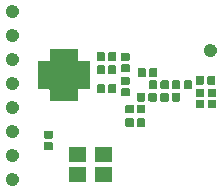
<source format=gbr>
G04 #@! TF.GenerationSoftware,KiCad,Pcbnew,(5.1.5-0-10_14)*
G04 #@! TF.CreationDate,2020-02-28T08:34:56+01:00*
G04 #@! TF.ProjectId,CC1101_Module,43433131-3031-45f4-9d6f-64756c652e6b,rev?*
G04 #@! TF.SameCoordinates,Original*
G04 #@! TF.FileFunction,Soldermask,Top*
G04 #@! TF.FilePolarity,Negative*
%FSLAX46Y46*%
G04 Gerber Fmt 4.6, Leading zero omitted, Abs format (unit mm)*
G04 Created by KiCad (PCBNEW (5.1.5-0-10_14)) date 2020-02-28 08:34:56*
%MOMM*%
%LPD*%
G04 APERTURE LIST*
%ADD10C,0.100000*%
G04 APERTURE END LIST*
D10*
G36*
X54516721Y-54080174D02*
G01*
X54616995Y-54121709D01*
X54616996Y-54121710D01*
X54707242Y-54182010D01*
X54783990Y-54258758D01*
X54783991Y-54258760D01*
X54844291Y-54349005D01*
X54885826Y-54449279D01*
X54907000Y-54555730D01*
X54907000Y-54664270D01*
X54885826Y-54770721D01*
X54844291Y-54870995D01*
X54844290Y-54870996D01*
X54783990Y-54961242D01*
X54707242Y-55037990D01*
X54661812Y-55068345D01*
X54616995Y-55098291D01*
X54516721Y-55139826D01*
X54410270Y-55161000D01*
X54301730Y-55161000D01*
X54195279Y-55139826D01*
X54095005Y-55098291D01*
X54050188Y-55068345D01*
X54004758Y-55037990D01*
X53928010Y-54961242D01*
X53867710Y-54870996D01*
X53867709Y-54870995D01*
X53826174Y-54770721D01*
X53805000Y-54664270D01*
X53805000Y-54555730D01*
X53826174Y-54449279D01*
X53867709Y-54349005D01*
X53928009Y-54258760D01*
X53928010Y-54258758D01*
X54004758Y-54182010D01*
X54095004Y-54121710D01*
X54095005Y-54121709D01*
X54195279Y-54080174D01*
X54301730Y-54059000D01*
X54410270Y-54059000D01*
X54516721Y-54080174D01*
G37*
G36*
X62811000Y-54841000D02*
G01*
X61309000Y-54841000D01*
X61309000Y-53539000D01*
X62811000Y-53539000D01*
X62811000Y-54841000D01*
G37*
G36*
X60611000Y-54841000D02*
G01*
X59109000Y-54841000D01*
X59109000Y-53539000D01*
X60611000Y-53539000D01*
X60611000Y-54841000D01*
G37*
G36*
X62811000Y-53141000D02*
G01*
X61309000Y-53141000D01*
X61309000Y-51839000D01*
X62811000Y-51839000D01*
X62811000Y-53141000D01*
G37*
G36*
X60611000Y-53141000D02*
G01*
X59109000Y-53141000D01*
X59109000Y-51839000D01*
X60611000Y-51839000D01*
X60611000Y-53141000D01*
G37*
G36*
X54516721Y-52048174D02*
G01*
X54616995Y-52089709D01*
X54616996Y-52089710D01*
X54707242Y-52150010D01*
X54783990Y-52226758D01*
X54783991Y-52226760D01*
X54844291Y-52317005D01*
X54885826Y-52417279D01*
X54907000Y-52523730D01*
X54907000Y-52632270D01*
X54885826Y-52738721D01*
X54844291Y-52838995D01*
X54844290Y-52838996D01*
X54783990Y-52929242D01*
X54707242Y-53005990D01*
X54661812Y-53036345D01*
X54616995Y-53066291D01*
X54516721Y-53107826D01*
X54410270Y-53129000D01*
X54301730Y-53129000D01*
X54195279Y-53107826D01*
X54095005Y-53066291D01*
X54050188Y-53036345D01*
X54004758Y-53005990D01*
X53928010Y-52929242D01*
X53867710Y-52838996D01*
X53867709Y-52838995D01*
X53826174Y-52738721D01*
X53805000Y-52632270D01*
X53805000Y-52523730D01*
X53826174Y-52417279D01*
X53867709Y-52317005D01*
X53928009Y-52226760D01*
X53928010Y-52226758D01*
X54004758Y-52150010D01*
X54095004Y-52089710D01*
X54095005Y-52089709D01*
X54195279Y-52048174D01*
X54301730Y-52027000D01*
X54410270Y-52027000D01*
X54516721Y-52048174D01*
G37*
G36*
X57685938Y-51449716D02*
G01*
X57706557Y-51455971D01*
X57725553Y-51466124D01*
X57742208Y-51479792D01*
X57755876Y-51496447D01*
X57766029Y-51515443D01*
X57772284Y-51536062D01*
X57775000Y-51563640D01*
X57775000Y-52022360D01*
X57772284Y-52049938D01*
X57766029Y-52070557D01*
X57755876Y-52089553D01*
X57742208Y-52106208D01*
X57725553Y-52119876D01*
X57706557Y-52130029D01*
X57685938Y-52136284D01*
X57658360Y-52139000D01*
X57149640Y-52139000D01*
X57122062Y-52136284D01*
X57101443Y-52130029D01*
X57082447Y-52119876D01*
X57065792Y-52106208D01*
X57052124Y-52089553D01*
X57041971Y-52070557D01*
X57035716Y-52049938D01*
X57033000Y-52022360D01*
X57033000Y-51563640D01*
X57035716Y-51536062D01*
X57041971Y-51515443D01*
X57052124Y-51496447D01*
X57065792Y-51479792D01*
X57082447Y-51466124D01*
X57101443Y-51455971D01*
X57122062Y-51449716D01*
X57149640Y-51447000D01*
X57658360Y-51447000D01*
X57685938Y-51449716D01*
G37*
G36*
X57685938Y-50479716D02*
G01*
X57706557Y-50485971D01*
X57725553Y-50496124D01*
X57742208Y-50509792D01*
X57755876Y-50526447D01*
X57766029Y-50545443D01*
X57772284Y-50566062D01*
X57775000Y-50593640D01*
X57775000Y-51052360D01*
X57772284Y-51079938D01*
X57766029Y-51100557D01*
X57755876Y-51119553D01*
X57742208Y-51136208D01*
X57725553Y-51149876D01*
X57706557Y-51160029D01*
X57685938Y-51166284D01*
X57658360Y-51169000D01*
X57149640Y-51169000D01*
X57122062Y-51166284D01*
X57101443Y-51160029D01*
X57082447Y-51149876D01*
X57065792Y-51136208D01*
X57052124Y-51119553D01*
X57041971Y-51100557D01*
X57035716Y-51079938D01*
X57033000Y-51052360D01*
X57033000Y-50593640D01*
X57035716Y-50566062D01*
X57041971Y-50545443D01*
X57052124Y-50526447D01*
X57065792Y-50509792D01*
X57082447Y-50496124D01*
X57101443Y-50485971D01*
X57122062Y-50479716D01*
X57149640Y-50477000D01*
X57658360Y-50477000D01*
X57685938Y-50479716D01*
G37*
G36*
X54516721Y-50016174D02*
G01*
X54616995Y-50057709D01*
X54616996Y-50057710D01*
X54707242Y-50118010D01*
X54783990Y-50194758D01*
X54783991Y-50194760D01*
X54844291Y-50285005D01*
X54885826Y-50385279D01*
X54907000Y-50491730D01*
X54907000Y-50600270D01*
X54885826Y-50706721D01*
X54844291Y-50806995D01*
X54844290Y-50806996D01*
X54783990Y-50897242D01*
X54707242Y-50973990D01*
X54674301Y-50996000D01*
X54616995Y-51034291D01*
X54516721Y-51075826D01*
X54410270Y-51097000D01*
X54301730Y-51097000D01*
X54195279Y-51075826D01*
X54095005Y-51034291D01*
X54037699Y-50996000D01*
X54004758Y-50973990D01*
X53928010Y-50897242D01*
X53867710Y-50806996D01*
X53867709Y-50806995D01*
X53826174Y-50706721D01*
X53805000Y-50600270D01*
X53805000Y-50491730D01*
X53826174Y-50385279D01*
X53867709Y-50285005D01*
X53928009Y-50194760D01*
X53928010Y-50194758D01*
X54004758Y-50118010D01*
X54095004Y-50057710D01*
X54095005Y-50057709D01*
X54195279Y-50016174D01*
X54301730Y-49995000D01*
X54410270Y-49995000D01*
X54516721Y-50016174D01*
G37*
G36*
X65499238Y-49453816D02*
G01*
X65519857Y-49460071D01*
X65538853Y-49470224D01*
X65555508Y-49483892D01*
X65569176Y-49500547D01*
X65579329Y-49519543D01*
X65585584Y-49540162D01*
X65588300Y-49567740D01*
X65588300Y-50076460D01*
X65585584Y-50104038D01*
X65579329Y-50124657D01*
X65569176Y-50143653D01*
X65555508Y-50160308D01*
X65538853Y-50173976D01*
X65519857Y-50184129D01*
X65499238Y-50190384D01*
X65471660Y-50193100D01*
X65012940Y-50193100D01*
X64985362Y-50190384D01*
X64964743Y-50184129D01*
X64945747Y-50173976D01*
X64929092Y-50160308D01*
X64915424Y-50143653D01*
X64905271Y-50124657D01*
X64899016Y-50104038D01*
X64896300Y-50076460D01*
X64896300Y-49567740D01*
X64899016Y-49540162D01*
X64905271Y-49519543D01*
X64915424Y-49500547D01*
X64929092Y-49483892D01*
X64945747Y-49470224D01*
X64964743Y-49460071D01*
X64985362Y-49453816D01*
X65012940Y-49451100D01*
X65471660Y-49451100D01*
X65499238Y-49453816D01*
G37*
G36*
X64529238Y-49453816D02*
G01*
X64549857Y-49460071D01*
X64568853Y-49470224D01*
X64585508Y-49483892D01*
X64599176Y-49500547D01*
X64609329Y-49519543D01*
X64615584Y-49540162D01*
X64618300Y-49567740D01*
X64618300Y-50076460D01*
X64615584Y-50104038D01*
X64609329Y-50124657D01*
X64599176Y-50143653D01*
X64585508Y-50160308D01*
X64568853Y-50173976D01*
X64549857Y-50184129D01*
X64529238Y-50190384D01*
X64501660Y-50193100D01*
X64042940Y-50193100D01*
X64015362Y-50190384D01*
X63994743Y-50184129D01*
X63975747Y-50173976D01*
X63959092Y-50160308D01*
X63945424Y-50143653D01*
X63935271Y-50124657D01*
X63929016Y-50104038D01*
X63926300Y-50076460D01*
X63926300Y-49567740D01*
X63929016Y-49540162D01*
X63935271Y-49519543D01*
X63945424Y-49500547D01*
X63959092Y-49483892D01*
X63975747Y-49470224D01*
X63994743Y-49460071D01*
X64015362Y-49453816D01*
X64042940Y-49451100D01*
X64501660Y-49451100D01*
X64529238Y-49453816D01*
G37*
G36*
X54516721Y-47984174D02*
G01*
X54616995Y-48025709D01*
X54661812Y-48055655D01*
X54707242Y-48086010D01*
X54783990Y-48162758D01*
X54783991Y-48162760D01*
X54844291Y-48253005D01*
X54885826Y-48353279D01*
X54907000Y-48459730D01*
X54907000Y-48568270D01*
X54885826Y-48674721D01*
X54844291Y-48774995D01*
X54844290Y-48774996D01*
X54783990Y-48865242D01*
X54707242Y-48941990D01*
X54661812Y-48972345D01*
X54616995Y-49002291D01*
X54516721Y-49043826D01*
X54410270Y-49065000D01*
X54301730Y-49065000D01*
X54195279Y-49043826D01*
X54095005Y-49002291D01*
X54050188Y-48972345D01*
X54004758Y-48941990D01*
X53928010Y-48865242D01*
X53867710Y-48774996D01*
X53867709Y-48774995D01*
X53826174Y-48674721D01*
X53805000Y-48568270D01*
X53805000Y-48459730D01*
X53826174Y-48353279D01*
X53867709Y-48253005D01*
X53928009Y-48162760D01*
X53928010Y-48162758D01*
X54004758Y-48086010D01*
X54050188Y-48055655D01*
X54095005Y-48025709D01*
X54195279Y-47984174D01*
X54301730Y-47963000D01*
X54410270Y-47963000D01*
X54516721Y-47984174D01*
G37*
G36*
X64529238Y-48285416D02*
G01*
X64549857Y-48291671D01*
X64568853Y-48301824D01*
X64585508Y-48315492D01*
X64599176Y-48332147D01*
X64609329Y-48351143D01*
X64615584Y-48371762D01*
X64618300Y-48399340D01*
X64618300Y-48908060D01*
X64615584Y-48935638D01*
X64609329Y-48956257D01*
X64599176Y-48975253D01*
X64585508Y-48991908D01*
X64568853Y-49005576D01*
X64549857Y-49015729D01*
X64529238Y-49021984D01*
X64501660Y-49024700D01*
X64042940Y-49024700D01*
X64015362Y-49021984D01*
X63994743Y-49015729D01*
X63975747Y-49005576D01*
X63959092Y-48991908D01*
X63945424Y-48975253D01*
X63935271Y-48956257D01*
X63929016Y-48935638D01*
X63926300Y-48908060D01*
X63926300Y-48399340D01*
X63929016Y-48371762D01*
X63935271Y-48351143D01*
X63945424Y-48332147D01*
X63959092Y-48315492D01*
X63975747Y-48301824D01*
X63994743Y-48291671D01*
X64015362Y-48285416D01*
X64042940Y-48282700D01*
X64501660Y-48282700D01*
X64529238Y-48285416D01*
G37*
G36*
X65499238Y-48285416D02*
G01*
X65519857Y-48291671D01*
X65538853Y-48301824D01*
X65555508Y-48315492D01*
X65569176Y-48332147D01*
X65579329Y-48351143D01*
X65585584Y-48371762D01*
X65588300Y-48399340D01*
X65588300Y-48908060D01*
X65585584Y-48935638D01*
X65579329Y-48956257D01*
X65569176Y-48975253D01*
X65555508Y-48991908D01*
X65538853Y-49005576D01*
X65519857Y-49015729D01*
X65499238Y-49021984D01*
X65471660Y-49024700D01*
X65012940Y-49024700D01*
X64985362Y-49021984D01*
X64964743Y-49015729D01*
X64945747Y-49005576D01*
X64929092Y-48991908D01*
X64915424Y-48975253D01*
X64905271Y-48956257D01*
X64899016Y-48935638D01*
X64896300Y-48908060D01*
X64896300Y-48399340D01*
X64899016Y-48371762D01*
X64905271Y-48351143D01*
X64915424Y-48332147D01*
X64929092Y-48315492D01*
X64945747Y-48301824D01*
X64964743Y-48291671D01*
X64985362Y-48285416D01*
X65012940Y-48282700D01*
X65471660Y-48282700D01*
X65499238Y-48285416D01*
G37*
G36*
X70512938Y-47893716D02*
G01*
X70533557Y-47899971D01*
X70552553Y-47910124D01*
X70569208Y-47923792D01*
X70582876Y-47940447D01*
X70593029Y-47959443D01*
X70599284Y-47980062D01*
X70602000Y-48007640D01*
X70602000Y-48466360D01*
X70599284Y-48493938D01*
X70593029Y-48514557D01*
X70582876Y-48533553D01*
X70569208Y-48550208D01*
X70552553Y-48563876D01*
X70533557Y-48574029D01*
X70512938Y-48580284D01*
X70485360Y-48583000D01*
X69976640Y-48583000D01*
X69949062Y-48580284D01*
X69928443Y-48574029D01*
X69909447Y-48563876D01*
X69892792Y-48550208D01*
X69879124Y-48533553D01*
X69868971Y-48514557D01*
X69862716Y-48493938D01*
X69860000Y-48466360D01*
X69860000Y-48007640D01*
X69862716Y-47980062D01*
X69868971Y-47959443D01*
X69879124Y-47940447D01*
X69892792Y-47923792D01*
X69909447Y-47910124D01*
X69928443Y-47899971D01*
X69949062Y-47893716D01*
X69976640Y-47891000D01*
X70485360Y-47891000D01*
X70512938Y-47893716D01*
G37*
G36*
X71528938Y-47893716D02*
G01*
X71549557Y-47899971D01*
X71568553Y-47910124D01*
X71585208Y-47923792D01*
X71598876Y-47940447D01*
X71609029Y-47959443D01*
X71615284Y-47980062D01*
X71618000Y-48007640D01*
X71618000Y-48466360D01*
X71615284Y-48493938D01*
X71609029Y-48514557D01*
X71598876Y-48533553D01*
X71585208Y-48550208D01*
X71568553Y-48563876D01*
X71549557Y-48574029D01*
X71528938Y-48580284D01*
X71501360Y-48583000D01*
X70992640Y-48583000D01*
X70965062Y-48580284D01*
X70944443Y-48574029D01*
X70925447Y-48563876D01*
X70908792Y-48550208D01*
X70895124Y-48533553D01*
X70884971Y-48514557D01*
X70878716Y-48493938D01*
X70876000Y-48466360D01*
X70876000Y-48007640D01*
X70878716Y-47980062D01*
X70884971Y-47959443D01*
X70895124Y-47940447D01*
X70908792Y-47923792D01*
X70925447Y-47910124D01*
X70944443Y-47899971D01*
X70965062Y-47893716D01*
X70992640Y-47891000D01*
X71501360Y-47891000D01*
X71528938Y-47893716D01*
G37*
G36*
X68458338Y-47282116D02*
G01*
X68478957Y-47288371D01*
X68497953Y-47298524D01*
X68514608Y-47312192D01*
X68528276Y-47328847D01*
X68538429Y-47347843D01*
X68544684Y-47368462D01*
X68547400Y-47396040D01*
X68547400Y-47904760D01*
X68544684Y-47932338D01*
X68538429Y-47952957D01*
X68528276Y-47971953D01*
X68514608Y-47988608D01*
X68497953Y-48002276D01*
X68478957Y-48012429D01*
X68458338Y-48018684D01*
X68430760Y-48021400D01*
X67972040Y-48021400D01*
X67944462Y-48018684D01*
X67923843Y-48012429D01*
X67904847Y-48002276D01*
X67888192Y-47988608D01*
X67874524Y-47971953D01*
X67864371Y-47952957D01*
X67858116Y-47932338D01*
X67855400Y-47904760D01*
X67855400Y-47396040D01*
X67858116Y-47368462D01*
X67864371Y-47347843D01*
X67874524Y-47328847D01*
X67888192Y-47312192D01*
X67904847Y-47298524D01*
X67923843Y-47288371D01*
X67944462Y-47282116D01*
X67972040Y-47279400D01*
X68430760Y-47279400D01*
X68458338Y-47282116D01*
G37*
G36*
X65507138Y-47282116D02*
G01*
X65527757Y-47288371D01*
X65546753Y-47298524D01*
X65563408Y-47312192D01*
X65577076Y-47328847D01*
X65587229Y-47347843D01*
X65593484Y-47368462D01*
X65596200Y-47396040D01*
X65596200Y-47904760D01*
X65593484Y-47932338D01*
X65587229Y-47952957D01*
X65577076Y-47971953D01*
X65563408Y-47988608D01*
X65546753Y-48002276D01*
X65527757Y-48012429D01*
X65507138Y-48018684D01*
X65479560Y-48021400D01*
X65020840Y-48021400D01*
X64993262Y-48018684D01*
X64972643Y-48012429D01*
X64953647Y-48002276D01*
X64936992Y-47988608D01*
X64923324Y-47971953D01*
X64913171Y-47952957D01*
X64906916Y-47932338D01*
X64904200Y-47904760D01*
X64904200Y-47396040D01*
X64906916Y-47368462D01*
X64913171Y-47347843D01*
X64923324Y-47328847D01*
X64936992Y-47312192D01*
X64953647Y-47298524D01*
X64972643Y-47288371D01*
X64993262Y-47282116D01*
X65020840Y-47279400D01*
X65479560Y-47279400D01*
X65507138Y-47282116D01*
G37*
G36*
X66477138Y-47282116D02*
G01*
X66497757Y-47288371D01*
X66516753Y-47298524D01*
X66533408Y-47312192D01*
X66547076Y-47328847D01*
X66557229Y-47347843D01*
X66563484Y-47368462D01*
X66566200Y-47396040D01*
X66566200Y-47904760D01*
X66563484Y-47932338D01*
X66557229Y-47952957D01*
X66547076Y-47971953D01*
X66533408Y-47988608D01*
X66516753Y-48002276D01*
X66497757Y-48012429D01*
X66477138Y-48018684D01*
X66449560Y-48021400D01*
X65990840Y-48021400D01*
X65963262Y-48018684D01*
X65942643Y-48012429D01*
X65923647Y-48002276D01*
X65906992Y-47988608D01*
X65893324Y-47971953D01*
X65883171Y-47952957D01*
X65876916Y-47932338D01*
X65874200Y-47904760D01*
X65874200Y-47396040D01*
X65876916Y-47368462D01*
X65883171Y-47347843D01*
X65893324Y-47328847D01*
X65906992Y-47312192D01*
X65923647Y-47298524D01*
X65942643Y-47288371D01*
X65963262Y-47282116D01*
X65990840Y-47279400D01*
X66449560Y-47279400D01*
X66477138Y-47282116D01*
G37*
G36*
X67488338Y-47282116D02*
G01*
X67508957Y-47288371D01*
X67527953Y-47298524D01*
X67544608Y-47312192D01*
X67558276Y-47328847D01*
X67568429Y-47347843D01*
X67574684Y-47368462D01*
X67577400Y-47396040D01*
X67577400Y-47904760D01*
X67574684Y-47932338D01*
X67568429Y-47952957D01*
X67558276Y-47971953D01*
X67544608Y-47988608D01*
X67527953Y-48002276D01*
X67508957Y-48012429D01*
X67488338Y-48018684D01*
X67460760Y-48021400D01*
X67002040Y-48021400D01*
X66974462Y-48018684D01*
X66953843Y-48012429D01*
X66934847Y-48002276D01*
X66918192Y-47988608D01*
X66904524Y-47971953D01*
X66894371Y-47952957D01*
X66888116Y-47932338D01*
X66885400Y-47904760D01*
X66885400Y-47396040D01*
X66888116Y-47368462D01*
X66894371Y-47347843D01*
X66904524Y-47328847D01*
X66918192Y-47312192D01*
X66934847Y-47298524D01*
X66953843Y-47288371D01*
X66974462Y-47282116D01*
X67002040Y-47279400D01*
X67460760Y-47279400D01*
X67488338Y-47282116D01*
G37*
G36*
X59880400Y-44490201D02*
G01*
X59882802Y-44514587D01*
X59889915Y-44538036D01*
X59901466Y-44559647D01*
X59917011Y-44578589D01*
X59935953Y-44594134D01*
X59957564Y-44605685D01*
X59981013Y-44612798D01*
X60005399Y-44615200D01*
X60885400Y-44615200D01*
X60885400Y-46977200D01*
X60005399Y-46977200D01*
X59981013Y-46979602D01*
X59957564Y-46986715D01*
X59935953Y-46998266D01*
X59917011Y-47013811D01*
X59901466Y-47032753D01*
X59889915Y-47054364D01*
X59882802Y-47077813D01*
X59880400Y-47102199D01*
X59880400Y-47982200D01*
X57518400Y-47982200D01*
X57518400Y-47102199D01*
X57515998Y-47077813D01*
X57508885Y-47054364D01*
X57497334Y-47032753D01*
X57481789Y-47013811D01*
X57462847Y-46998266D01*
X57441236Y-46986715D01*
X57417787Y-46979602D01*
X57393401Y-46977200D01*
X56513400Y-46977200D01*
X56513400Y-44615200D01*
X57393401Y-44615200D01*
X57417787Y-44612798D01*
X57441236Y-44605685D01*
X57462847Y-44594134D01*
X57481789Y-44578589D01*
X57497334Y-44559647D01*
X57508885Y-44538036D01*
X57515998Y-44514587D01*
X57518400Y-44490201D01*
X57518400Y-43610200D01*
X59880400Y-43610200D01*
X59880400Y-44490201D01*
G37*
G36*
X71528938Y-46923716D02*
G01*
X71549557Y-46929971D01*
X71568553Y-46940124D01*
X71585208Y-46953792D01*
X71598876Y-46970447D01*
X71609029Y-46989443D01*
X71615284Y-47010062D01*
X71618000Y-47037640D01*
X71618000Y-47496360D01*
X71615284Y-47523938D01*
X71609029Y-47544557D01*
X71598876Y-47563553D01*
X71585208Y-47580208D01*
X71568553Y-47593876D01*
X71549557Y-47604029D01*
X71528938Y-47610284D01*
X71501360Y-47613000D01*
X70992640Y-47613000D01*
X70965062Y-47610284D01*
X70944443Y-47604029D01*
X70925447Y-47593876D01*
X70908792Y-47580208D01*
X70895124Y-47563553D01*
X70884971Y-47544557D01*
X70878716Y-47523938D01*
X70876000Y-47496360D01*
X70876000Y-47037640D01*
X70878716Y-47010062D01*
X70884971Y-46989443D01*
X70895124Y-46970447D01*
X70908792Y-46953792D01*
X70925447Y-46940124D01*
X70944443Y-46929971D01*
X70965062Y-46923716D01*
X70992640Y-46921000D01*
X71501360Y-46921000D01*
X71528938Y-46923716D01*
G37*
G36*
X70512938Y-46923716D02*
G01*
X70533557Y-46929971D01*
X70552553Y-46940124D01*
X70569208Y-46953792D01*
X70582876Y-46970447D01*
X70593029Y-46989443D01*
X70599284Y-47010062D01*
X70602000Y-47037640D01*
X70602000Y-47496360D01*
X70599284Y-47523938D01*
X70593029Y-47544557D01*
X70582876Y-47563553D01*
X70569208Y-47580208D01*
X70552553Y-47593876D01*
X70533557Y-47604029D01*
X70512938Y-47610284D01*
X70485360Y-47613000D01*
X69976640Y-47613000D01*
X69949062Y-47610284D01*
X69928443Y-47604029D01*
X69909447Y-47593876D01*
X69892792Y-47580208D01*
X69879124Y-47563553D01*
X69868971Y-47544557D01*
X69862716Y-47523938D01*
X69860000Y-47496360D01*
X69860000Y-47037640D01*
X69862716Y-47010062D01*
X69868971Y-46989443D01*
X69879124Y-46970447D01*
X69892792Y-46953792D01*
X69909447Y-46940124D01*
X69928443Y-46929971D01*
X69949062Y-46923716D01*
X69976640Y-46921000D01*
X70485360Y-46921000D01*
X70512938Y-46923716D01*
G37*
G36*
X64188338Y-46903116D02*
G01*
X64208957Y-46909371D01*
X64227953Y-46919524D01*
X64244608Y-46933192D01*
X64258276Y-46949847D01*
X64268429Y-46968843D01*
X64274684Y-46989462D01*
X64277400Y-47017040D01*
X64277400Y-47475760D01*
X64274684Y-47503338D01*
X64268429Y-47523957D01*
X64258276Y-47542953D01*
X64244608Y-47559608D01*
X64227953Y-47573276D01*
X64208957Y-47583429D01*
X64188338Y-47589684D01*
X64160760Y-47592400D01*
X63652040Y-47592400D01*
X63624462Y-47589684D01*
X63603843Y-47583429D01*
X63584847Y-47573276D01*
X63568192Y-47559608D01*
X63554524Y-47542953D01*
X63544371Y-47523957D01*
X63538116Y-47503338D01*
X63535400Y-47475760D01*
X63535400Y-47017040D01*
X63538116Y-46989462D01*
X63544371Y-46968843D01*
X63554524Y-46949847D01*
X63568192Y-46933192D01*
X63584847Y-46919524D01*
X63603843Y-46909371D01*
X63624462Y-46903116D01*
X63652040Y-46900400D01*
X64160760Y-46900400D01*
X64188338Y-46903116D01*
G37*
G36*
X63073538Y-46570916D02*
G01*
X63094157Y-46577171D01*
X63113153Y-46587324D01*
X63129808Y-46600992D01*
X63143476Y-46617647D01*
X63153629Y-46636643D01*
X63159884Y-46657262D01*
X63162600Y-46684840D01*
X63162600Y-47193560D01*
X63159884Y-47221138D01*
X63153629Y-47241757D01*
X63143476Y-47260753D01*
X63129808Y-47277408D01*
X63113153Y-47291076D01*
X63094157Y-47301229D01*
X63073538Y-47307484D01*
X63045960Y-47310200D01*
X62587240Y-47310200D01*
X62559662Y-47307484D01*
X62539043Y-47301229D01*
X62520047Y-47291076D01*
X62503392Y-47277408D01*
X62489724Y-47260753D01*
X62479571Y-47241757D01*
X62473316Y-47221138D01*
X62470600Y-47193560D01*
X62470600Y-46684840D01*
X62473316Y-46657262D01*
X62479571Y-46636643D01*
X62489724Y-46617647D01*
X62503392Y-46600992D01*
X62520047Y-46587324D01*
X62539043Y-46577171D01*
X62559662Y-46570916D01*
X62587240Y-46568200D01*
X63045960Y-46568200D01*
X63073538Y-46570916D01*
G37*
G36*
X62103538Y-46570916D02*
G01*
X62124157Y-46577171D01*
X62143153Y-46587324D01*
X62159808Y-46600992D01*
X62173476Y-46617647D01*
X62183629Y-46636643D01*
X62189884Y-46657262D01*
X62192600Y-46684840D01*
X62192600Y-47193560D01*
X62189884Y-47221138D01*
X62183629Y-47241757D01*
X62173476Y-47260753D01*
X62159808Y-47277408D01*
X62143153Y-47291076D01*
X62124157Y-47301229D01*
X62103538Y-47307484D01*
X62075960Y-47310200D01*
X61617240Y-47310200D01*
X61589662Y-47307484D01*
X61569043Y-47301229D01*
X61550047Y-47291076D01*
X61533392Y-47277408D01*
X61519724Y-47260753D01*
X61509571Y-47241757D01*
X61503316Y-47221138D01*
X61500600Y-47193560D01*
X61500600Y-46684840D01*
X61503316Y-46657262D01*
X61509571Y-46636643D01*
X61519724Y-46617647D01*
X61533392Y-46600992D01*
X61550047Y-46587324D01*
X61569043Y-46577171D01*
X61589662Y-46570916D01*
X61617240Y-46568200D01*
X62075960Y-46568200D01*
X62103538Y-46570916D01*
G37*
G36*
X54516721Y-45952174D02*
G01*
X54616995Y-45993709D01*
X54637314Y-46007286D01*
X54707242Y-46054010D01*
X54783990Y-46130758D01*
X54783991Y-46130760D01*
X54844291Y-46221005D01*
X54885826Y-46321279D01*
X54907000Y-46427730D01*
X54907000Y-46536270D01*
X54885826Y-46642721D01*
X54844291Y-46742995D01*
X54844290Y-46742996D01*
X54783990Y-46833242D01*
X54707242Y-46909990D01*
X54692973Y-46919524D01*
X54616995Y-46970291D01*
X54516721Y-47011826D01*
X54410270Y-47033000D01*
X54301730Y-47033000D01*
X54195279Y-47011826D01*
X54095005Y-46970291D01*
X54019027Y-46919524D01*
X54004758Y-46909990D01*
X53928010Y-46833242D01*
X53867710Y-46742996D01*
X53867709Y-46742995D01*
X53826174Y-46642721D01*
X53805000Y-46536270D01*
X53805000Y-46427730D01*
X53826174Y-46321279D01*
X53867709Y-46221005D01*
X53928009Y-46130760D01*
X53928010Y-46130758D01*
X54004758Y-46054010D01*
X54074686Y-46007286D01*
X54095005Y-45993709D01*
X54195279Y-45952174D01*
X54301730Y-45931000D01*
X54410270Y-45931000D01*
X54516721Y-45952174D01*
G37*
G36*
X67493138Y-46240716D02*
G01*
X67513757Y-46246971D01*
X67532753Y-46257124D01*
X67549408Y-46270792D01*
X67563076Y-46287447D01*
X67573229Y-46306443D01*
X67579484Y-46327062D01*
X67582200Y-46354640D01*
X67582200Y-46863360D01*
X67579484Y-46890938D01*
X67573229Y-46911557D01*
X67563076Y-46930553D01*
X67549408Y-46947208D01*
X67532753Y-46960876D01*
X67513757Y-46971029D01*
X67493138Y-46977284D01*
X67465560Y-46980000D01*
X67006840Y-46980000D01*
X66979262Y-46977284D01*
X66958643Y-46971029D01*
X66939647Y-46960876D01*
X66922992Y-46947208D01*
X66909324Y-46930553D01*
X66899171Y-46911557D01*
X66892916Y-46890938D01*
X66890200Y-46863360D01*
X66890200Y-46354640D01*
X66892916Y-46327062D01*
X66899171Y-46306443D01*
X66909324Y-46287447D01*
X66922992Y-46270792D01*
X66939647Y-46257124D01*
X66958643Y-46246971D01*
X66979262Y-46240716D01*
X67006840Y-46238000D01*
X67465560Y-46238000D01*
X67493138Y-46240716D01*
G37*
G36*
X66523138Y-46240716D02*
G01*
X66543757Y-46246971D01*
X66562753Y-46257124D01*
X66579408Y-46270792D01*
X66593076Y-46287447D01*
X66603229Y-46306443D01*
X66609484Y-46327062D01*
X66612200Y-46354640D01*
X66612200Y-46863360D01*
X66609484Y-46890938D01*
X66603229Y-46911557D01*
X66593076Y-46930553D01*
X66579408Y-46947208D01*
X66562753Y-46960876D01*
X66543757Y-46971029D01*
X66523138Y-46977284D01*
X66495560Y-46980000D01*
X66036840Y-46980000D01*
X66009262Y-46977284D01*
X65988643Y-46971029D01*
X65969647Y-46960876D01*
X65952992Y-46947208D01*
X65939324Y-46930553D01*
X65929171Y-46911557D01*
X65922916Y-46890938D01*
X65920200Y-46863360D01*
X65920200Y-46354640D01*
X65922916Y-46327062D01*
X65929171Y-46306443D01*
X65939324Y-46287447D01*
X65952992Y-46270792D01*
X65969647Y-46257124D01*
X65988643Y-46246971D01*
X66009262Y-46240716D01*
X66036840Y-46238000D01*
X66495560Y-46238000D01*
X66523138Y-46240716D01*
G37*
G36*
X68478938Y-46240716D02*
G01*
X68499557Y-46246971D01*
X68518553Y-46257124D01*
X68535208Y-46270792D01*
X68548876Y-46287447D01*
X68559029Y-46306443D01*
X68565284Y-46327062D01*
X68568000Y-46354640D01*
X68568000Y-46863360D01*
X68565284Y-46890938D01*
X68559029Y-46911557D01*
X68548876Y-46930553D01*
X68535208Y-46947208D01*
X68518553Y-46960876D01*
X68499557Y-46971029D01*
X68478938Y-46977284D01*
X68451360Y-46980000D01*
X67992640Y-46980000D01*
X67965062Y-46977284D01*
X67944443Y-46971029D01*
X67925447Y-46960876D01*
X67908792Y-46947208D01*
X67895124Y-46930553D01*
X67884971Y-46911557D01*
X67878716Y-46890938D01*
X67876000Y-46863360D01*
X67876000Y-46354640D01*
X67878716Y-46327062D01*
X67884971Y-46306443D01*
X67895124Y-46287447D01*
X67908792Y-46270792D01*
X67925447Y-46257124D01*
X67944443Y-46246971D01*
X67965062Y-46240716D01*
X67992640Y-46238000D01*
X68451360Y-46238000D01*
X68478938Y-46240716D01*
G37*
G36*
X69448938Y-46240716D02*
G01*
X69469557Y-46246971D01*
X69488553Y-46257124D01*
X69505208Y-46270792D01*
X69518876Y-46287447D01*
X69529029Y-46306443D01*
X69535284Y-46327062D01*
X69538000Y-46354640D01*
X69538000Y-46863360D01*
X69535284Y-46890938D01*
X69529029Y-46911557D01*
X69518876Y-46930553D01*
X69505208Y-46947208D01*
X69488553Y-46960876D01*
X69469557Y-46971029D01*
X69448938Y-46977284D01*
X69421360Y-46980000D01*
X68962640Y-46980000D01*
X68935062Y-46977284D01*
X68914443Y-46971029D01*
X68895447Y-46960876D01*
X68878792Y-46947208D01*
X68865124Y-46930553D01*
X68854971Y-46911557D01*
X68848716Y-46890938D01*
X68846000Y-46863360D01*
X68846000Y-46354640D01*
X68848716Y-46327062D01*
X68854971Y-46306443D01*
X68865124Y-46287447D01*
X68878792Y-46270792D01*
X68895447Y-46257124D01*
X68914443Y-46246971D01*
X68935062Y-46240716D01*
X68962640Y-46238000D01*
X69421360Y-46238000D01*
X69448938Y-46240716D01*
G37*
G36*
X64188338Y-45933116D02*
G01*
X64208957Y-45939371D01*
X64227953Y-45949524D01*
X64244608Y-45963192D01*
X64258276Y-45979847D01*
X64268429Y-45998843D01*
X64274684Y-46019462D01*
X64277400Y-46047040D01*
X64277400Y-46505760D01*
X64274684Y-46533338D01*
X64268429Y-46553957D01*
X64258276Y-46572953D01*
X64244608Y-46589608D01*
X64227953Y-46603276D01*
X64208957Y-46613429D01*
X64188338Y-46619684D01*
X64160760Y-46622400D01*
X63652040Y-46622400D01*
X63624462Y-46619684D01*
X63603843Y-46613429D01*
X63584847Y-46603276D01*
X63568192Y-46589608D01*
X63554524Y-46572953D01*
X63544371Y-46553957D01*
X63538116Y-46533338D01*
X63535400Y-46505760D01*
X63535400Y-46047040D01*
X63538116Y-46019462D01*
X63544371Y-45998843D01*
X63554524Y-45979847D01*
X63568192Y-45963192D01*
X63584847Y-45949524D01*
X63603843Y-45939371D01*
X63624462Y-45933116D01*
X63652040Y-45930400D01*
X64160760Y-45930400D01*
X64188338Y-45933116D01*
G37*
G36*
X70485538Y-45859716D02*
G01*
X70506157Y-45865971D01*
X70525153Y-45876124D01*
X70541808Y-45889792D01*
X70555476Y-45906447D01*
X70565629Y-45925443D01*
X70571884Y-45946062D01*
X70574600Y-45973640D01*
X70574600Y-46482360D01*
X70571884Y-46509938D01*
X70565629Y-46530557D01*
X70555476Y-46549553D01*
X70541808Y-46566208D01*
X70525153Y-46579876D01*
X70506157Y-46590029D01*
X70485538Y-46596284D01*
X70457960Y-46599000D01*
X69999240Y-46599000D01*
X69971662Y-46596284D01*
X69951043Y-46590029D01*
X69932047Y-46579876D01*
X69915392Y-46566208D01*
X69901724Y-46549553D01*
X69891571Y-46530557D01*
X69885316Y-46509938D01*
X69882600Y-46482360D01*
X69882600Y-45973640D01*
X69885316Y-45946062D01*
X69891571Y-45925443D01*
X69901724Y-45906447D01*
X69915392Y-45889792D01*
X69932047Y-45876124D01*
X69951043Y-45865971D01*
X69971662Y-45859716D01*
X69999240Y-45857000D01*
X70457960Y-45857000D01*
X70485538Y-45859716D01*
G37*
G36*
X71455538Y-45859716D02*
G01*
X71476157Y-45865971D01*
X71495153Y-45876124D01*
X71511808Y-45889792D01*
X71525476Y-45906447D01*
X71535629Y-45925443D01*
X71541884Y-45946062D01*
X71544600Y-45973640D01*
X71544600Y-46482360D01*
X71541884Y-46509938D01*
X71535629Y-46530557D01*
X71525476Y-46549553D01*
X71511808Y-46566208D01*
X71495153Y-46579876D01*
X71476157Y-46590029D01*
X71455538Y-46596284D01*
X71427960Y-46599000D01*
X70969240Y-46599000D01*
X70941662Y-46596284D01*
X70921043Y-46590029D01*
X70902047Y-46579876D01*
X70885392Y-46566208D01*
X70871724Y-46549553D01*
X70861571Y-46530557D01*
X70855316Y-46509938D01*
X70852600Y-46482360D01*
X70852600Y-45973640D01*
X70855316Y-45946062D01*
X70861571Y-45925443D01*
X70871724Y-45906447D01*
X70885392Y-45889792D01*
X70902047Y-45876124D01*
X70921043Y-45865971D01*
X70941662Y-45859716D01*
X70969240Y-45857000D01*
X71427960Y-45857000D01*
X71455538Y-45859716D01*
G37*
G36*
X65557938Y-45199316D02*
G01*
X65578557Y-45205571D01*
X65597553Y-45215724D01*
X65614208Y-45229392D01*
X65627876Y-45246047D01*
X65638029Y-45265043D01*
X65644284Y-45285662D01*
X65647000Y-45313240D01*
X65647000Y-45821960D01*
X65644284Y-45849538D01*
X65638029Y-45870157D01*
X65627876Y-45889153D01*
X65614208Y-45905808D01*
X65597553Y-45919476D01*
X65578557Y-45929629D01*
X65557938Y-45935884D01*
X65530360Y-45938600D01*
X65071640Y-45938600D01*
X65044062Y-45935884D01*
X65023443Y-45929629D01*
X65004447Y-45919476D01*
X64987792Y-45905808D01*
X64974124Y-45889153D01*
X64963971Y-45870157D01*
X64957716Y-45849538D01*
X64955000Y-45821960D01*
X64955000Y-45313240D01*
X64957716Y-45285662D01*
X64963971Y-45265043D01*
X64974124Y-45246047D01*
X64987792Y-45229392D01*
X65004447Y-45215724D01*
X65023443Y-45205571D01*
X65044062Y-45199316D01*
X65071640Y-45196600D01*
X65530360Y-45196600D01*
X65557938Y-45199316D01*
G37*
G36*
X66527938Y-45199316D02*
G01*
X66548557Y-45205571D01*
X66567553Y-45215724D01*
X66584208Y-45229392D01*
X66597876Y-45246047D01*
X66608029Y-45265043D01*
X66614284Y-45285662D01*
X66617000Y-45313240D01*
X66617000Y-45821960D01*
X66614284Y-45849538D01*
X66608029Y-45870157D01*
X66597876Y-45889153D01*
X66584208Y-45905808D01*
X66567553Y-45919476D01*
X66548557Y-45929629D01*
X66527938Y-45935884D01*
X66500360Y-45938600D01*
X66041640Y-45938600D01*
X66014062Y-45935884D01*
X65993443Y-45929629D01*
X65974447Y-45919476D01*
X65957792Y-45905808D01*
X65944124Y-45889153D01*
X65933971Y-45870157D01*
X65927716Y-45849538D01*
X65925000Y-45821960D01*
X65925000Y-45313240D01*
X65927716Y-45285662D01*
X65933971Y-45265043D01*
X65944124Y-45246047D01*
X65957792Y-45229392D01*
X65974447Y-45215724D01*
X65993443Y-45205571D01*
X66014062Y-45199316D01*
X66041640Y-45196600D01*
X66500360Y-45196600D01*
X66527938Y-45199316D01*
G37*
G36*
X63073538Y-44970716D02*
G01*
X63094157Y-44976971D01*
X63113153Y-44987124D01*
X63129808Y-45000792D01*
X63143476Y-45017447D01*
X63153629Y-45036443D01*
X63159884Y-45057062D01*
X63162600Y-45084640D01*
X63162600Y-45593360D01*
X63159884Y-45620938D01*
X63153629Y-45641557D01*
X63143476Y-45660553D01*
X63129808Y-45677208D01*
X63113153Y-45690876D01*
X63094157Y-45701029D01*
X63073538Y-45707284D01*
X63045960Y-45710000D01*
X62587240Y-45710000D01*
X62559662Y-45707284D01*
X62539043Y-45701029D01*
X62520047Y-45690876D01*
X62503392Y-45677208D01*
X62489724Y-45660553D01*
X62479571Y-45641557D01*
X62473316Y-45620938D01*
X62470600Y-45593360D01*
X62470600Y-45084640D01*
X62473316Y-45057062D01*
X62479571Y-45036443D01*
X62489724Y-45017447D01*
X62503392Y-45000792D01*
X62520047Y-44987124D01*
X62539043Y-44976971D01*
X62559662Y-44970716D01*
X62587240Y-44968000D01*
X63045960Y-44968000D01*
X63073538Y-44970716D01*
G37*
G36*
X62103538Y-44970716D02*
G01*
X62124157Y-44976971D01*
X62143153Y-44987124D01*
X62159808Y-45000792D01*
X62173476Y-45017447D01*
X62183629Y-45036443D01*
X62189884Y-45057062D01*
X62192600Y-45084640D01*
X62192600Y-45593360D01*
X62189884Y-45620938D01*
X62183629Y-45641557D01*
X62173476Y-45660553D01*
X62159808Y-45677208D01*
X62143153Y-45690876D01*
X62124157Y-45701029D01*
X62103538Y-45707284D01*
X62075960Y-45710000D01*
X61617240Y-45710000D01*
X61589662Y-45707284D01*
X61569043Y-45701029D01*
X61550047Y-45690876D01*
X61533392Y-45677208D01*
X61519724Y-45660553D01*
X61509571Y-45641557D01*
X61503316Y-45620938D01*
X61500600Y-45593360D01*
X61500600Y-45084640D01*
X61503316Y-45057062D01*
X61509571Y-45036443D01*
X61519724Y-45017447D01*
X61533392Y-45000792D01*
X61550047Y-44987124D01*
X61569043Y-44976971D01*
X61589662Y-44970716D01*
X61617240Y-44968000D01*
X62075960Y-44968000D01*
X62103538Y-44970716D01*
G37*
G36*
X64188338Y-44871116D02*
G01*
X64208957Y-44877371D01*
X64227953Y-44887524D01*
X64244608Y-44901192D01*
X64258276Y-44917847D01*
X64268429Y-44936843D01*
X64274684Y-44957462D01*
X64277400Y-44985040D01*
X64277400Y-45443760D01*
X64274684Y-45471338D01*
X64268429Y-45491957D01*
X64258276Y-45510953D01*
X64244608Y-45527608D01*
X64227953Y-45541276D01*
X64208957Y-45551429D01*
X64188338Y-45557684D01*
X64160760Y-45560400D01*
X63652040Y-45560400D01*
X63624462Y-45557684D01*
X63603843Y-45551429D01*
X63584847Y-45541276D01*
X63568192Y-45527608D01*
X63554524Y-45510953D01*
X63544371Y-45491957D01*
X63538116Y-45471338D01*
X63535400Y-45443760D01*
X63535400Y-44985040D01*
X63538116Y-44957462D01*
X63544371Y-44936843D01*
X63554524Y-44917847D01*
X63568192Y-44901192D01*
X63584847Y-44887524D01*
X63603843Y-44877371D01*
X63624462Y-44871116D01*
X63652040Y-44868400D01*
X64160760Y-44868400D01*
X64188338Y-44871116D01*
G37*
G36*
X54516721Y-43920174D02*
G01*
X54616995Y-43961709D01*
X54624973Y-43967040D01*
X54707242Y-44022010D01*
X54783990Y-44098758D01*
X54814345Y-44144188D01*
X54844291Y-44189005D01*
X54885826Y-44289279D01*
X54907000Y-44395730D01*
X54907000Y-44504270D01*
X54885826Y-44610721D01*
X54844291Y-44710995D01*
X54844290Y-44710996D01*
X54783990Y-44801242D01*
X54707242Y-44877990D01*
X54692973Y-44887524D01*
X54616995Y-44938291D01*
X54516721Y-44979826D01*
X54410270Y-45001000D01*
X54301730Y-45001000D01*
X54195279Y-44979826D01*
X54095005Y-44938291D01*
X54019027Y-44887524D01*
X54004758Y-44877990D01*
X53928010Y-44801242D01*
X53867710Y-44710996D01*
X53867709Y-44710995D01*
X53826174Y-44610721D01*
X53805000Y-44504270D01*
X53805000Y-44395730D01*
X53826174Y-44289279D01*
X53867709Y-44189005D01*
X53897655Y-44144188D01*
X53928010Y-44098758D01*
X54004758Y-44022010D01*
X54087027Y-43967040D01*
X54095005Y-43961709D01*
X54195279Y-43920174D01*
X54301730Y-43899000D01*
X54410270Y-43899000D01*
X54516721Y-43920174D01*
G37*
G36*
X62103538Y-43853116D02*
G01*
X62124157Y-43859371D01*
X62143153Y-43869524D01*
X62159808Y-43883192D01*
X62173476Y-43899847D01*
X62183629Y-43918843D01*
X62189884Y-43939462D01*
X62192600Y-43967040D01*
X62192600Y-44475760D01*
X62189884Y-44503338D01*
X62183629Y-44523957D01*
X62173476Y-44542953D01*
X62159808Y-44559608D01*
X62143153Y-44573276D01*
X62124157Y-44583429D01*
X62103538Y-44589684D01*
X62075960Y-44592400D01*
X61617240Y-44592400D01*
X61589662Y-44589684D01*
X61569043Y-44583429D01*
X61550047Y-44573276D01*
X61533392Y-44559608D01*
X61519724Y-44542953D01*
X61509571Y-44523957D01*
X61503316Y-44503338D01*
X61500600Y-44475760D01*
X61500600Y-43967040D01*
X61503316Y-43939462D01*
X61509571Y-43918843D01*
X61519724Y-43899847D01*
X61533392Y-43883192D01*
X61550047Y-43869524D01*
X61569043Y-43859371D01*
X61589662Y-43853116D01*
X61617240Y-43850400D01*
X62075960Y-43850400D01*
X62103538Y-43853116D01*
G37*
G36*
X63073538Y-43853116D02*
G01*
X63094157Y-43859371D01*
X63113153Y-43869524D01*
X63129808Y-43883192D01*
X63143476Y-43899847D01*
X63153629Y-43918843D01*
X63159884Y-43939462D01*
X63162600Y-43967040D01*
X63162600Y-44475760D01*
X63159884Y-44503338D01*
X63153629Y-44523957D01*
X63143476Y-44542953D01*
X63129808Y-44559608D01*
X63113153Y-44573276D01*
X63094157Y-44583429D01*
X63073538Y-44589684D01*
X63045960Y-44592400D01*
X62587240Y-44592400D01*
X62559662Y-44589684D01*
X62539043Y-44583429D01*
X62520047Y-44573276D01*
X62503392Y-44559608D01*
X62489724Y-44542953D01*
X62479571Y-44523957D01*
X62473316Y-44503338D01*
X62470600Y-44475760D01*
X62470600Y-43967040D01*
X62473316Y-43939462D01*
X62479571Y-43918843D01*
X62489724Y-43899847D01*
X62503392Y-43883192D01*
X62520047Y-43869524D01*
X62539043Y-43859371D01*
X62559662Y-43853116D01*
X62587240Y-43850400D01*
X63045960Y-43850400D01*
X63073538Y-43853116D01*
G37*
G36*
X64188338Y-43901116D02*
G01*
X64208957Y-43907371D01*
X64227953Y-43917524D01*
X64244608Y-43931192D01*
X64258276Y-43947847D01*
X64268429Y-43966843D01*
X64274684Y-43987462D01*
X64277400Y-44015040D01*
X64277400Y-44473760D01*
X64274684Y-44501338D01*
X64268429Y-44521957D01*
X64258276Y-44540953D01*
X64244608Y-44557608D01*
X64227953Y-44571276D01*
X64208957Y-44581429D01*
X64188338Y-44587684D01*
X64160760Y-44590400D01*
X63652040Y-44590400D01*
X63624462Y-44587684D01*
X63603843Y-44581429D01*
X63584847Y-44571276D01*
X63568192Y-44557608D01*
X63554524Y-44540953D01*
X63544371Y-44521957D01*
X63538116Y-44501338D01*
X63535400Y-44473760D01*
X63535400Y-44015040D01*
X63538116Y-43987462D01*
X63544371Y-43966843D01*
X63554524Y-43947847D01*
X63568192Y-43931192D01*
X63584847Y-43917524D01*
X63603843Y-43907371D01*
X63624462Y-43901116D01*
X63652040Y-43898400D01*
X64160760Y-43898400D01*
X64188338Y-43901116D01*
G37*
G36*
X71280721Y-43158174D02*
G01*
X71380995Y-43199709D01*
X71380996Y-43199710D01*
X71471242Y-43260010D01*
X71547990Y-43336758D01*
X71547991Y-43336760D01*
X71608291Y-43427005D01*
X71649826Y-43527279D01*
X71671000Y-43633730D01*
X71671000Y-43742270D01*
X71649826Y-43848721D01*
X71608291Y-43948995D01*
X71590724Y-43975286D01*
X71547990Y-44039242D01*
X71471242Y-44115990D01*
X71425812Y-44146345D01*
X71380995Y-44176291D01*
X71280721Y-44217826D01*
X71174270Y-44239000D01*
X71065730Y-44239000D01*
X70959279Y-44217826D01*
X70859005Y-44176291D01*
X70814188Y-44146345D01*
X70768758Y-44115990D01*
X70692010Y-44039242D01*
X70649276Y-43975286D01*
X70631709Y-43948995D01*
X70590174Y-43848721D01*
X70569000Y-43742270D01*
X70569000Y-43633730D01*
X70590174Y-43527279D01*
X70631709Y-43427005D01*
X70692009Y-43336760D01*
X70692010Y-43336758D01*
X70768758Y-43260010D01*
X70859004Y-43199710D01*
X70859005Y-43199709D01*
X70959279Y-43158174D01*
X71065730Y-43137000D01*
X71174270Y-43137000D01*
X71280721Y-43158174D01*
G37*
G36*
X54516721Y-41888174D02*
G01*
X54616995Y-41929709D01*
X54616996Y-41929710D01*
X54707242Y-41990010D01*
X54783990Y-42066758D01*
X54783991Y-42066760D01*
X54844291Y-42157005D01*
X54885826Y-42257279D01*
X54907000Y-42363730D01*
X54907000Y-42472270D01*
X54885826Y-42578721D01*
X54844291Y-42678995D01*
X54844290Y-42678996D01*
X54783990Y-42769242D01*
X54707242Y-42845990D01*
X54661812Y-42876345D01*
X54616995Y-42906291D01*
X54516721Y-42947826D01*
X54410270Y-42969000D01*
X54301730Y-42969000D01*
X54195279Y-42947826D01*
X54095005Y-42906291D01*
X54050188Y-42876345D01*
X54004758Y-42845990D01*
X53928010Y-42769242D01*
X53867710Y-42678996D01*
X53867709Y-42678995D01*
X53826174Y-42578721D01*
X53805000Y-42472270D01*
X53805000Y-42363730D01*
X53826174Y-42257279D01*
X53867709Y-42157005D01*
X53928009Y-42066760D01*
X53928010Y-42066758D01*
X54004758Y-41990010D01*
X54095004Y-41929710D01*
X54095005Y-41929709D01*
X54195279Y-41888174D01*
X54301730Y-41867000D01*
X54410270Y-41867000D01*
X54516721Y-41888174D01*
G37*
G36*
X54516721Y-39856174D02*
G01*
X54616995Y-39897709D01*
X54616996Y-39897710D01*
X54707242Y-39958010D01*
X54783990Y-40034758D01*
X54783991Y-40034760D01*
X54844291Y-40125005D01*
X54885826Y-40225279D01*
X54907000Y-40331730D01*
X54907000Y-40440270D01*
X54885826Y-40546721D01*
X54844291Y-40646995D01*
X54844290Y-40646996D01*
X54783990Y-40737242D01*
X54707242Y-40813990D01*
X54661812Y-40844345D01*
X54616995Y-40874291D01*
X54516721Y-40915826D01*
X54410270Y-40937000D01*
X54301730Y-40937000D01*
X54195279Y-40915826D01*
X54095005Y-40874291D01*
X54050188Y-40844345D01*
X54004758Y-40813990D01*
X53928010Y-40737242D01*
X53867710Y-40646996D01*
X53867709Y-40646995D01*
X53826174Y-40546721D01*
X53805000Y-40440270D01*
X53805000Y-40331730D01*
X53826174Y-40225279D01*
X53867709Y-40125005D01*
X53928009Y-40034760D01*
X53928010Y-40034758D01*
X54004758Y-39958010D01*
X54095004Y-39897710D01*
X54095005Y-39897709D01*
X54195279Y-39856174D01*
X54301730Y-39835000D01*
X54410270Y-39835000D01*
X54516721Y-39856174D01*
G37*
M02*

</source>
